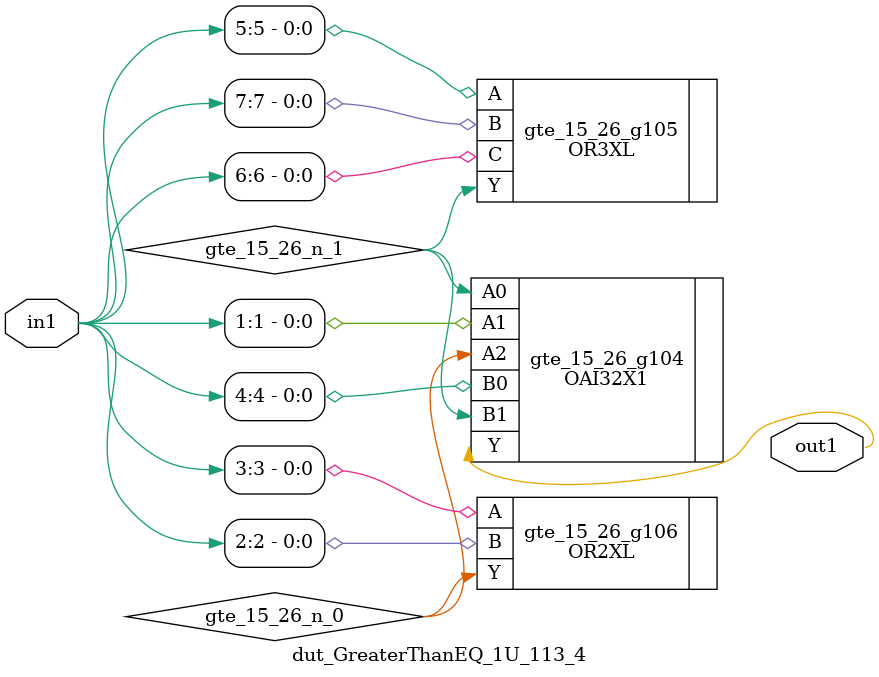
<source format=v>
`timescale 1ps / 1ps


module dut_GreaterThanEQ_1U_113_4(in1, out1);
  input [7:0] in1;
  output out1;
  wire [7:0] in1;
  wire out1;
  wire gte_15_26_n_0, gte_15_26_n_1;
  OAI32X1 gte_15_26_g104(.A0 (gte_15_26_n_1), .A1 (in1[1]), .A2
       (gte_15_26_n_0), .B0 (in1[4]), .B1 (gte_15_26_n_1), .Y (out1));
  OR3XL gte_15_26_g105(.A (in1[5]), .B (in1[7]), .C (in1[6]), .Y
       (gte_15_26_n_1));
  OR2XL gte_15_26_g106(.A (in1[3]), .B (in1[2]), .Y (gte_15_26_n_0));
endmodule



</source>
